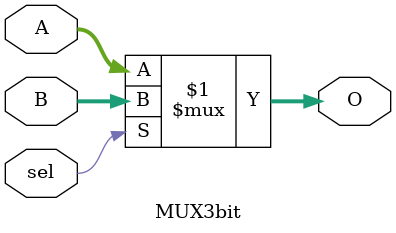
<source format=v>
`timescale 1ns / 1ps
module MUX3bit(
    input  [2:0] A,
    input  [2:0] B,
    input  sel,
    output [2:0] O
    );

assign O = (sel) ? B:A;

endmodule

</source>
